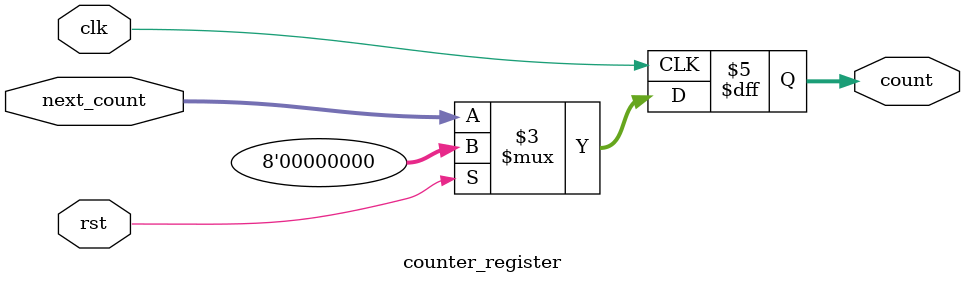
<source format=sv>
module count_load_reg (
    input wire clk,
    input wire rst,
    input wire [7:0] load_val,
    input wire load_req,
    output reg load_ack,
    input wire count_req,
    output reg count_ack,
    output wire [7:0] count
);
    // Internal signals
    wire [7:0] next_count;
    wire [7:0] current_count;
    wire load_valid;
    wire count_valid;
    
    // Generate valid signals from req-ack handshake
    assign load_valid = load_req && load_ack;
    assign count_valid = count_req && count_ack;
    
    // Acknowledge logic
    always @(posedge clk or posedge rst) begin
        if (rst) begin
            load_ack <= 1'b0;
            count_ack <= 1'b0;
        end
        else begin
            load_ack <= load_req;
            count_ack <= count_req;
        end
    end
    
    // Instance of control logic
    counter_control u_counter_control (
        .load(load_valid),
        .count_en(count_valid),
        .load_val(load_val),
        .current_count(current_count),
        .next_count(next_count)
    );
    
    // Instance of counter register
    counter_register u_counter_register (
        .clk(clk),
        .rst(rst),
        .next_count(next_count),
        .count(current_count)
    );
    
    // Connect output
    assign count = current_count;
    
endmodule

// Counter control logic module
module counter_control (
    input wire load,
    input wire count_en,
    input wire [7:0] load_val,
    input wire [7:0] current_count,
    output reg [7:0] next_count
);
    // Determine next count value based on control signals
    always @(*) begin
        if (load)
            next_count = load_val;
        else if (count_en)
            next_count = current_count + 1'b1;
        else
            next_count = current_count;
    end
endmodule

// Counter register module
module counter_register (
    input wire clk,
    input wire rst,
    input wire [7:0] next_count,
    output reg [7:0] count
);
    // Register to store the count value
    always @(posedge clk) begin
        if (rst)
            count <= 8'h00;
        else
            count <= next_count;
    end
endmodule
</source>
